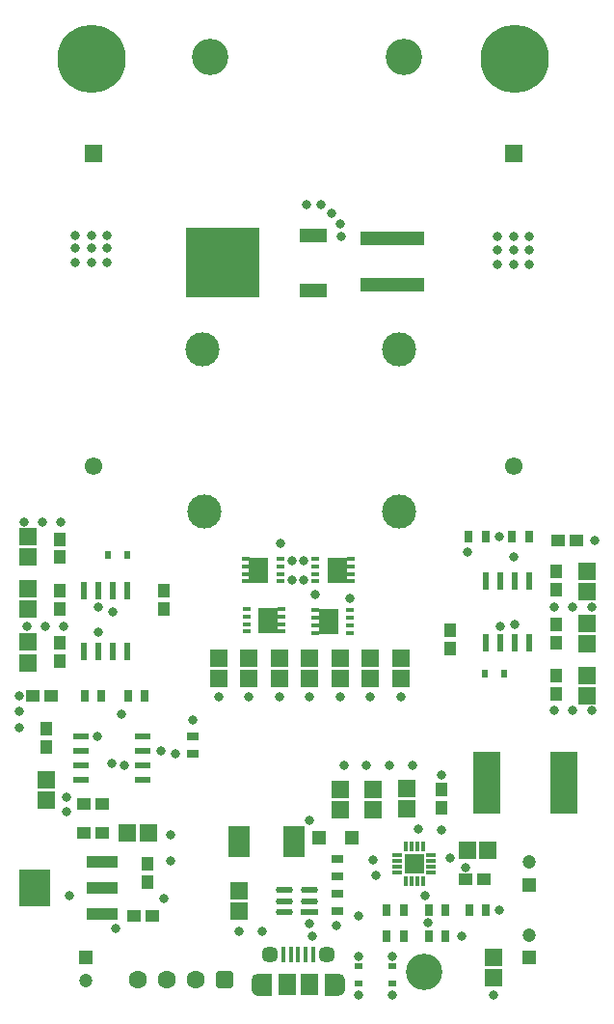
<source format=gbr>
G04*
G04 #@! TF.GenerationSoftware,Altium Limited,Altium Designer,24.6.1 (21)*
G04*
G04 Layer_Color=8388736*
%FSLAX25Y25*%
%MOIN*%
G70*
G04*
G04 #@! TF.SameCoordinates,3E969972-8C0A-4DBC-9D31-E8772DB7AAD8*
G04*
G04*
G04 #@! TF.FilePolarity,Negative*
G04*
G01*
G75*
%ADD16C,0.01968*%
%ADD17R,0.04921X0.04803*%
%ADD18R,0.06614X0.06614*%
%ADD19R,0.01181X0.03543*%
%ADD20R,0.03543X0.01181*%
%ADD21R,0.07500X0.10984*%
%ADD22R,0.04758X0.03985*%
%ADD23R,0.03985X0.04758*%
%ADD24R,0.05906X0.06102*%
%ADD25R,0.01575X0.05315*%
%ADD26R,0.05906X0.07480*%
G04:AMPARAMS|DCode=27|XSize=59.26mil|YSize=22.43mil|CornerRadius=11.22mil|HoleSize=0mil|Usage=FLASHONLY|Rotation=180.000|XOffset=0mil|YOffset=0mil|HoleType=Round|Shape=RoundedRectangle|*
%AMROUNDEDRECTD27*
21,1,0.05926,0.00000,0,0,180.0*
21,1,0.03683,0.02243,0,0,180.0*
1,1,0.02243,-0.01841,0.00000*
1,1,0.02243,0.01841,0.00000*
1,1,0.02243,0.01841,0.00000*
1,1,0.02243,-0.01841,0.00000*
%
%ADD27ROUNDEDRECTD27*%
%ADD28R,0.05926X0.02243*%
%ADD29R,0.06102X0.05906*%
%ADD30R,0.10630X0.12992*%
%ADD31R,0.10630X0.03937*%
%ADD32R,0.03937X0.03150*%
%ADD33R,0.05750X0.02200*%
%ADD34R,0.03150X0.02362*%
%ADD35R,0.22047X0.05118*%
%ADD36R,0.03150X0.03937*%
%ADD37R,0.02362X0.03150*%
%ADD38R,0.09449X0.05118*%
%ADD39R,0.25591X0.24410*%
%ADD40R,0.02200X0.05900*%
%ADD41R,0.03150X0.01339*%
%ADD42R,0.02559X0.01339*%
%ADD43R,0.06732X0.09016*%
%ADD44R,0.09300X0.21200*%
%ADD45C,0.05709*%
%ADD46R,0.04724X0.04724*%
%ADD47C,0.04724*%
%ADD48C,0.06299*%
G04:AMPARAMS|DCode=49|XSize=62.99mil|YSize=62.99mil|CornerRadius=15.75mil|HoleSize=0mil|Usage=FLASHONLY|Rotation=180.000|XOffset=0mil|YOffset=0mil|HoleType=Round|Shape=RoundedRectangle|*
%AMROUNDEDRECTD49*
21,1,0.06299,0.03150,0,0,180.0*
21,1,0.03150,0.06299,0,0,180.0*
1,1,0.03150,-0.01575,0.01575*
1,1,0.03150,0.01575,0.01575*
1,1,0.03150,0.01575,-0.01575*
1,1,0.03150,-0.01575,-0.01575*
%
%ADD49ROUNDEDRECTD49*%
%ADD50C,0.12598*%
%ADD51C,0.23622*%
%ADD52R,0.06102X0.06102*%
%ADD53C,0.06102*%
%ADD54C,0.11811*%
%ADD55C,0.03150*%
G36*
X337327Y192760D02*
X335358D01*
X335358Y196303D01*
X337327D01*
Y192760D01*
D02*
G37*
G36*
X342445Y190791D02*
X337327D01*
Y198272D01*
X342445D01*
Y190791D01*
D02*
G37*
G36*
X365673D02*
X360555D01*
Y198272D01*
X365673D01*
Y190791D01*
D02*
G37*
G36*
X367642Y192760D02*
X365673D01*
Y196303D01*
X367642D01*
X367642Y192760D01*
D02*
G37*
D16*
X338311Y192760D02*
G03*
X338311Y192760I-984J0D01*
G01*
Y196303D02*
G03*
X338311Y196303I-984J0D01*
G01*
X366657Y192760D02*
G03*
X366657Y192760I-984J0D01*
G01*
X366657Y196303D02*
G03*
X366657Y196303I-984J0D01*
G01*
D17*
X358554Y245361D02*
D03*
X370168D02*
D03*
D18*
X391595Y236362D02*
D03*
D19*
X388642Y242268D02*
D03*
X390610D02*
D03*
X392579D02*
D03*
X394547D02*
D03*
Y230457D02*
D03*
X392579D02*
D03*
X390610D02*
D03*
X388642D02*
D03*
D20*
X397500Y239315D02*
D03*
Y237347D02*
D03*
Y235378D02*
D03*
Y233410D02*
D03*
X385689D02*
D03*
Y235378D02*
D03*
Y237347D02*
D03*
Y239315D02*
D03*
D21*
X330902Y244000D02*
D03*
X350000D02*
D03*
D22*
X301157Y218500D02*
D03*
X294843D02*
D03*
X277343Y256846D02*
D03*
X283657D02*
D03*
X277343Y247000D02*
D03*
X283657D02*
D03*
X266157Y294346D02*
D03*
X259843D02*
D03*
X441343Y347847D02*
D03*
X447657D02*
D03*
X409343Y230847D02*
D03*
X415657D02*
D03*
D23*
X299500Y230000D02*
D03*
Y236314D02*
D03*
X264500Y276690D02*
D03*
Y283003D02*
D03*
X401000Y255533D02*
D03*
Y261846D02*
D03*
X305000Y330678D02*
D03*
Y324364D02*
D03*
X404000Y310532D02*
D03*
Y316846D02*
D03*
X269000Y342190D02*
D03*
Y348503D02*
D03*
Y330678D02*
D03*
Y324364D02*
D03*
Y306364D02*
D03*
Y312678D02*
D03*
X440755Y337291D02*
D03*
Y330978D02*
D03*
Y301478D02*
D03*
Y295164D02*
D03*
Y312821D02*
D03*
Y319134D02*
D03*
D24*
X292457Y247000D02*
D03*
X299543D02*
D03*
X409957Y240846D02*
D03*
X417043D02*
D03*
D25*
X346382Y205161D02*
D03*
X348941D02*
D03*
X351500D02*
D03*
X354059D02*
D03*
X356618D02*
D03*
D26*
X347563Y194532D02*
D03*
X355437Y194532D02*
D03*
D27*
X346671Y219760D02*
D03*
Y223500D02*
D03*
Y227240D02*
D03*
X355336Y227240D02*
D03*
Y223500D02*
D03*
D28*
Y219760D02*
D03*
D29*
X330951Y227043D02*
D03*
Y219957D02*
D03*
X366000Y254957D02*
D03*
Y262043D02*
D03*
X419000Y196957D02*
D03*
Y204043D02*
D03*
X334500Y307390D02*
D03*
Y300303D02*
D03*
X355500Y307390D02*
D03*
Y300303D02*
D03*
X345000Y307390D02*
D03*
Y300303D02*
D03*
X324000Y307390D02*
D03*
Y300303D02*
D03*
X387000Y307390D02*
D03*
Y300303D02*
D03*
X376500Y307390D02*
D03*
Y300303D02*
D03*
X366000Y307390D02*
D03*
Y300303D02*
D03*
X264500Y265390D02*
D03*
Y258303D02*
D03*
X389000Y262433D02*
D03*
Y255346D02*
D03*
X258000Y349390D02*
D03*
Y342303D02*
D03*
X258000Y324303D02*
D03*
Y331390D02*
D03*
Y312890D02*
D03*
Y305803D02*
D03*
X451500Y330260D02*
D03*
Y337347D02*
D03*
X377500Y262043D02*
D03*
Y254957D02*
D03*
X451500Y301390D02*
D03*
Y294303D02*
D03*
Y312303D02*
D03*
Y319390D02*
D03*
D30*
X260386Y228000D02*
D03*
D31*
X283614Y237055D02*
D03*
Y228000D02*
D03*
Y218945D02*
D03*
D32*
X364951Y220047D02*
D03*
Y225953D02*
D03*
X365000Y232095D02*
D03*
Y238000D02*
D03*
X315000Y280299D02*
D03*
Y274394D02*
D03*
D33*
X297725Y280346D02*
D03*
Y275346D02*
D03*
Y270346D02*
D03*
Y265347D02*
D03*
X276275D02*
D03*
X276275Y270346D02*
D03*
X276275Y275346D02*
D03*
Y280346D02*
D03*
D34*
X384000Y195146D02*
D03*
Y200854D02*
D03*
X372500Y200854D02*
D03*
Y195146D02*
D03*
D35*
X384000Y436346D02*
D03*
Y452347D02*
D03*
D36*
X387953Y211347D02*
D03*
X382047D02*
D03*
X402453D02*
D03*
X396547D02*
D03*
Y220346D02*
D03*
X402453D02*
D03*
X410595D02*
D03*
X416500D02*
D03*
X382047D02*
D03*
X387953D02*
D03*
X283500Y294178D02*
D03*
X277594D02*
D03*
X425302Y349478D02*
D03*
X431208D02*
D03*
X416208D02*
D03*
X410302D02*
D03*
X292547Y294178D02*
D03*
X298453D02*
D03*
D37*
X416153Y301847D02*
D03*
X422847D02*
D03*
X292347Y342846D02*
D03*
X285653D02*
D03*
D38*
X356759Y434437D02*
D03*
Y453256D02*
D03*
D39*
X325460Y443847D02*
D03*
D40*
X416255Y312827D02*
D03*
X421255D02*
D03*
X426255D02*
D03*
X431255D02*
D03*
Y334127D02*
D03*
X426255D02*
D03*
X421255D02*
D03*
X416255D02*
D03*
X292500Y330828D02*
D03*
X287500Y330828D02*
D03*
X282500D02*
D03*
X277500Y330828D02*
D03*
Y309528D02*
D03*
X282500Y309528D02*
D03*
X287500D02*
D03*
X292500Y309528D02*
D03*
D41*
X369500Y323847D02*
D03*
Y321287D02*
D03*
Y318728D02*
D03*
Y316169D02*
D03*
X333539Y316508D02*
D03*
Y319067D02*
D03*
Y321626D02*
D03*
Y324185D02*
D03*
X345312Y341520D02*
D03*
Y338961D02*
D03*
Y336402D02*
D03*
Y333843D02*
D03*
X357446D02*
D03*
Y336402D02*
D03*
Y338961D02*
D03*
Y341520D02*
D03*
D42*
X357394Y316169D02*
D03*
Y318728D02*
D03*
Y321287D02*
D03*
Y323847D02*
D03*
X345646Y324185D02*
D03*
Y321626D02*
D03*
Y319067D02*
D03*
Y316508D02*
D03*
X333206Y333843D02*
D03*
Y336402D02*
D03*
Y338961D02*
D03*
Y341520D02*
D03*
X369552D02*
D03*
Y338961D02*
D03*
Y336402D02*
D03*
Y333843D02*
D03*
D43*
X362039Y320008D02*
D03*
X341000Y320346D02*
D03*
X337852Y337682D02*
D03*
X364907D02*
D03*
D44*
X443450Y264347D02*
D03*
X416550D02*
D03*
D45*
X361343Y205161D02*
D03*
X341657Y205161D02*
D03*
D46*
X278000Y204000D02*
D03*
X431354Y203909D02*
D03*
X431500Y228972D02*
D03*
D47*
X278000Y196126D02*
D03*
X431354Y211784D02*
D03*
X431500Y236846D02*
D03*
D48*
X316000Y196346D02*
D03*
X306000D02*
D03*
X296000D02*
D03*
D49*
X326000D02*
D03*
D50*
X395000Y198846D02*
D03*
X388000Y514847D02*
D03*
X321000D02*
D03*
D51*
X426500Y514347D02*
D03*
X280000D02*
D03*
D52*
X426011Y481812D02*
D03*
X280711Y481812D02*
D03*
D53*
X426011Y373544D02*
D03*
X280711Y373544D02*
D03*
D54*
X386500Y357846D02*
D03*
X319000D02*
D03*
X386500Y413846D02*
D03*
X318500D02*
D03*
D55*
X384000Y204500D02*
D03*
X372500Y218500D02*
D03*
X364782Y215151D02*
D03*
X355500Y251500D02*
D03*
X355336Y215664D02*
D03*
X356500Y211347D02*
D03*
X305000Y224500D02*
D03*
X377396Y237831D02*
D03*
X372500Y204500D02*
D03*
X378500Y232500D02*
D03*
X384000Y191000D02*
D03*
X372500D02*
D03*
X272500Y225500D02*
D03*
X288500Y214000D02*
D03*
X307500Y237500D02*
D03*
Y246500D02*
D03*
X339000Y213000D02*
D03*
X331000D02*
D03*
X419000Y191000D02*
D03*
X407923Y211423D02*
D03*
X287000Y270847D02*
D03*
X396500Y215846D02*
D03*
X395500Y225346D02*
D03*
X282500Y324847D02*
D03*
X426500Y318847D02*
D03*
X282000Y280346D02*
D03*
X387000Y293847D02*
D03*
X376500D02*
D03*
X366000D02*
D03*
X355500D02*
D03*
X345000D02*
D03*
X334500D02*
D03*
X324000D02*
D03*
X421000Y220346D02*
D03*
X409500Y234846D02*
D03*
X404110Y238480D02*
D03*
X271500Y254346D02*
D03*
Y259347D02*
D03*
X255000Y294346D02*
D03*
Y288846D02*
D03*
Y283347D02*
D03*
X366000Y457346D02*
D03*
X366500Y452846D02*
D03*
X363000Y460847D02*
D03*
X359500Y463846D02*
D03*
X354500D02*
D03*
X420500Y452846D02*
D03*
X426000D02*
D03*
X431500D02*
D03*
Y448347D02*
D03*
X426000D02*
D03*
X420500D02*
D03*
Y443347D02*
D03*
X426000D02*
D03*
X431500D02*
D03*
X285500Y443847D02*
D03*
X280000D02*
D03*
X274500D02*
D03*
Y448846D02*
D03*
X280000D02*
D03*
X285500D02*
D03*
Y453346D02*
D03*
X280000D02*
D03*
X274500D02*
D03*
X410000Y343847D02*
D03*
X369500Y327847D02*
D03*
X421000Y349346D02*
D03*
X357500Y329346D02*
D03*
X345500Y346847D02*
D03*
X290500Y287846D02*
D03*
X282500Y316347D02*
D03*
X454000Y347847D02*
D03*
X426000Y342347D02*
D03*
X349500Y334347D02*
D03*
X353500Y334399D02*
D03*
Y340846D02*
D03*
X349500D02*
D03*
X440053Y289347D02*
D03*
X446500D02*
D03*
X452948D02*
D03*
X440053Y324847D02*
D03*
X446500D02*
D03*
X452948D02*
D03*
X256553Y354346D02*
D03*
X263000D02*
D03*
X269447D02*
D03*
X270447Y318347D02*
D03*
X264000D02*
D03*
X257553D02*
D03*
X391000Y270346D02*
D03*
X383100D02*
D03*
X375200D02*
D03*
X367300D02*
D03*
X421500Y318347D02*
D03*
X287500Y323346D02*
D03*
X291500Y270346D02*
D03*
X315000Y285846D02*
D03*
X304000Y275346D02*
D03*
X309000Y274346D02*
D03*
X401000Y266846D02*
D03*
Y247847D02*
D03*
X393000Y248346D02*
D03*
M02*

</source>
